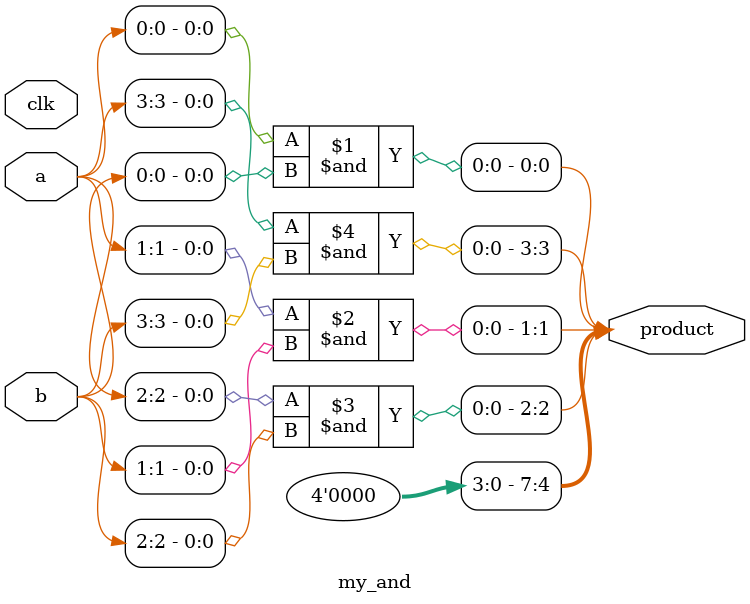
<source format=v>
module my_and(input clk, input [3:0] a, b, output [7:0] product);
    
    // AND as a bitwise operation
    assign product = {a[3] & b[3], a[2] & b[2], a[1] & b[1], a[0] & b[0]};
    

endmodule
</source>
